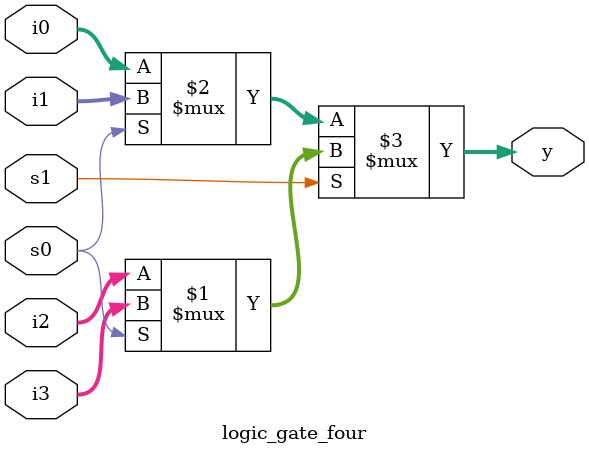
<source format=v>
`timescale 1ns / 1ps


module logic_gate_four(i0,i1,i2,i3,s0,s1,y);


output [1:0] y;
input [1:0] i0,i1,i2,i3;
input s0,s1;

assign y=s1?(s0?i3:i2):(s0?i1:i0);

endmodule



</source>
